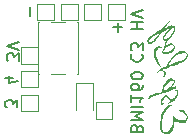
<source format=gbr>
%TF.GenerationSoftware,KiCad,Pcbnew,6.0.8*%
%TF.CreationDate,2022-11-02T10:42:09+03:00*%
%TF.ProjectId,esplog_hv,6573706c-6f67-45f6-9876-2e6b69636164,rev?*%
%TF.SameCoordinates,Original*%
%TF.FileFunction,Legend,Bot*%
%TF.FilePolarity,Positive*%
%FSLAX46Y46*%
G04 Gerber Fmt 4.6, Leading zero omitted, Abs format (unit mm)*
G04 Created by KiCad (PCBNEW 6.0.8) date 2022-11-02 10:42:09*
%MOMM*%
%LPD*%
G01*
G04 APERTURE LIST*
%ADD10C,0.150000*%
%ADD11C,0.120000*%
G04 APERTURE END LIST*
D10*
X94635628Y-64574466D02*
X94588009Y-64431609D01*
X94540390Y-64383990D01*
X94445152Y-64336371D01*
X94302295Y-64336371D01*
X94207057Y-64383990D01*
X94159438Y-64431609D01*
X94111819Y-64526847D01*
X94111819Y-64907800D01*
X95111819Y-64907800D01*
X95111819Y-64574466D01*
X95064200Y-64479228D01*
X95016580Y-64431609D01*
X94921342Y-64383990D01*
X94826104Y-64383990D01*
X94730866Y-64431609D01*
X94683247Y-64479228D01*
X94635628Y-64574466D01*
X94635628Y-64907800D01*
X94111819Y-63907800D02*
X95111819Y-63907800D01*
X94397533Y-63574466D01*
X95111819Y-63241133D01*
X94111819Y-63241133D01*
X94111819Y-62764942D02*
X95111819Y-62764942D01*
X94111819Y-61764942D02*
X94111819Y-62336371D01*
X94111819Y-62050657D02*
X95111819Y-62050657D01*
X94968961Y-62145895D01*
X94873723Y-62241133D01*
X94826104Y-62336371D01*
X95111819Y-60907800D02*
X95111819Y-61098276D01*
X95064200Y-61193514D01*
X95016580Y-61241133D01*
X94873723Y-61336371D01*
X94683247Y-61383990D01*
X94302295Y-61383990D01*
X94207057Y-61336371D01*
X94159438Y-61288752D01*
X94111819Y-61193514D01*
X94111819Y-61003038D01*
X94159438Y-60907800D01*
X94207057Y-60860180D01*
X94302295Y-60812561D01*
X94540390Y-60812561D01*
X94635628Y-60860180D01*
X94683247Y-60907800D01*
X94730866Y-61003038D01*
X94730866Y-61193514D01*
X94683247Y-61288752D01*
X94635628Y-61336371D01*
X94540390Y-61383990D01*
X95111819Y-60193514D02*
X95111819Y-60098276D01*
X95064200Y-60003038D01*
X95016580Y-59955419D01*
X94921342Y-59907800D01*
X94730866Y-59860180D01*
X94492771Y-59860180D01*
X94302295Y-59907800D01*
X94207057Y-59955419D01*
X94159438Y-60003038D01*
X94111819Y-60098276D01*
X94111819Y-60193514D01*
X94159438Y-60288752D01*
X94207057Y-60336371D01*
X94302295Y-60383990D01*
X94492771Y-60431609D01*
X94730866Y-60431609D01*
X94921342Y-60383990D01*
X95016580Y-60336371D01*
X95064200Y-60288752D01*
X95111819Y-60193514D01*
X93344952Y-56053028D02*
X92583047Y-56053028D01*
X92964000Y-56433980D02*
X92964000Y-55672076D01*
X84570819Y-58877104D02*
X84570819Y-58258057D01*
X84189866Y-58591390D01*
X84189866Y-58448533D01*
X84142247Y-58353295D01*
X84094628Y-58305676D01*
X83999390Y-58258057D01*
X83761295Y-58258057D01*
X83666057Y-58305676D01*
X83618438Y-58353295D01*
X83570819Y-58448533D01*
X83570819Y-58734247D01*
X83618438Y-58829485D01*
X83666057Y-58877104D01*
X84570819Y-57972342D02*
X83570819Y-57639009D01*
X84570819Y-57305676D01*
X84469219Y-62817333D02*
X84469219Y-62198285D01*
X84088266Y-62531619D01*
X84088266Y-62388761D01*
X84040647Y-62293523D01*
X83993028Y-62245904D01*
X83897790Y-62198285D01*
X83659695Y-62198285D01*
X83564457Y-62245904D01*
X83516838Y-62293523D01*
X83469219Y-62388761D01*
X83469219Y-62674476D01*
X83516838Y-62769714D01*
X83564457Y-62817333D01*
X84135885Y-60312323D02*
X83469219Y-60312323D01*
X84516838Y-60550419D02*
X83802552Y-60788514D01*
X83802552Y-60169466D01*
X85517028Y-54330647D02*
X85517028Y-55092552D01*
X94181657Y-58319800D02*
X94134038Y-58367419D01*
X94086419Y-58510276D01*
X94086419Y-58605514D01*
X94134038Y-58748371D01*
X94229276Y-58843609D01*
X94324514Y-58891228D01*
X94514990Y-58938847D01*
X94657847Y-58938847D01*
X94848323Y-58891228D01*
X94943561Y-58843609D01*
X95038800Y-58748371D01*
X95086419Y-58605514D01*
X95086419Y-58510276D01*
X95038800Y-58367419D01*
X94991180Y-58319800D01*
X95086419Y-57986466D02*
X95086419Y-57367419D01*
X94705466Y-57700752D01*
X94705466Y-57557895D01*
X94657847Y-57462657D01*
X94610228Y-57415038D01*
X94514990Y-57367419D01*
X94276895Y-57367419D01*
X94181657Y-57415038D01*
X94134038Y-57462657D01*
X94086419Y-57557895D01*
X94086419Y-57843609D01*
X94134038Y-57938847D01*
X94181657Y-57986466D01*
X94086419Y-56176942D02*
X95086419Y-56176942D01*
X94610228Y-56176942D02*
X94610228Y-55605514D01*
X94086419Y-55605514D02*
X95086419Y-55605514D01*
X95086419Y-55272180D02*
X94086419Y-54938847D01*
X95086419Y-54605514D01*
D11*
%TO.C,TP7*%
X86142600Y-54037000D02*
X86142600Y-55437000D01*
X86142600Y-55437000D02*
X87542600Y-55437000D01*
X87542600Y-54037000D02*
X86142600Y-54037000D01*
X87542600Y-55437000D02*
X87542600Y-54037000D01*
%TO.C,G\u002A\u002A\u002A*%
G36*
X97483439Y-62626525D02*
G01*
X97540834Y-62657220D01*
X97544605Y-62679303D01*
X97499985Y-62699624D01*
X97488822Y-62700656D01*
X97400974Y-62743424D01*
X97286354Y-62836391D01*
X97162320Y-62962230D01*
X97046230Y-63103613D01*
X96955442Y-63243213D01*
X96880106Y-63408198D01*
X96793838Y-63669535D01*
X96726787Y-63955040D01*
X96686325Y-64231973D01*
X96679822Y-64467591D01*
X96705097Y-64657520D01*
X96763800Y-64800743D01*
X96861044Y-64880145D01*
X97003423Y-64904632D01*
X97129170Y-64877989D01*
X97279096Y-64780294D01*
X97415787Y-64625088D01*
X97530813Y-64427418D01*
X97615743Y-64202330D01*
X97662145Y-63964871D01*
X97661587Y-63730086D01*
X97650487Y-63625228D01*
X97649703Y-63542347D01*
X97669491Y-63510862D01*
X97714377Y-63512087D01*
X97772348Y-63547999D01*
X97816134Y-63654232D01*
X97852029Y-63743868D01*
X97964386Y-63843542D01*
X98139967Y-63906985D01*
X98368878Y-63929274D01*
X98495215Y-63922315D01*
X98669211Y-63876141D01*
X98773247Y-63789505D01*
X98804280Y-63665692D01*
X98759264Y-63507988D01*
X98757226Y-63503848D01*
X98691489Y-63414100D01*
X98579681Y-63330377D01*
X98403786Y-63239047D01*
X98334838Y-63205905D01*
X98196208Y-63127179D01*
X98138035Y-63068369D01*
X98159285Y-63027800D01*
X98258930Y-63003797D01*
X98374909Y-63005959D01*
X98545562Y-63070232D01*
X98675190Y-63198759D01*
X98679518Y-63205504D01*
X98756954Y-63326106D01*
X98838833Y-63453537D01*
X98883370Y-63546813D01*
X98908215Y-63730055D01*
X98867662Y-63911587D01*
X98765340Y-64061391D01*
X98650596Y-64131384D01*
X98469571Y-64162351D01*
X98258855Y-64134062D01*
X98035130Y-64046851D01*
X97823796Y-63937207D01*
X97774814Y-64219501D01*
X97724239Y-64449222D01*
X97622087Y-64722390D01*
X97487110Y-64917743D01*
X97319453Y-65035091D01*
X97119259Y-65074248D01*
X96942434Y-65047292D01*
X96776132Y-64948874D01*
X96655206Y-64780440D01*
X96581896Y-64544198D01*
X96567466Y-64416799D01*
X96571580Y-64151772D01*
X96608424Y-63855654D01*
X96672808Y-63555897D01*
X96759542Y-63279953D01*
X96863434Y-63055273D01*
X96972814Y-62897847D01*
X97115706Y-62750639D01*
X97261245Y-62651280D01*
X97391393Y-62614816D01*
X97483439Y-62626525D01*
G37*
G36*
X96852984Y-61589102D02*
G01*
X96578472Y-61694974D01*
X96313628Y-61799935D01*
X96076627Y-61897055D01*
X95885642Y-61979400D01*
X95880197Y-61981836D01*
X95744719Y-62037458D01*
X95642002Y-62070645D01*
X95593904Y-62074286D01*
X95590650Y-62071037D01*
X95572656Y-62046208D01*
X95577792Y-62006949D01*
X95609323Y-61920748D01*
X95652937Y-61853107D01*
X95742194Y-61796414D01*
X95895551Y-61742799D01*
X96039925Y-61699816D01*
X96244390Y-61637608D01*
X96438311Y-61577419D01*
X96735119Y-61484055D01*
X96756018Y-61337960D01*
X96851056Y-61337960D01*
X96860153Y-61388185D01*
X96925410Y-61380232D01*
X97054711Y-61320722D01*
X97159986Y-61262396D01*
X97375059Y-61110267D01*
X97549976Y-60940976D01*
X97663687Y-60773438D01*
X97703741Y-60682903D01*
X97726397Y-60592028D01*
X97698554Y-60548315D01*
X97617320Y-60537020D01*
X97473592Y-60572212D01*
X97311630Y-60670867D01*
X97151234Y-60817525D01*
X97009269Y-60996708D01*
X96902603Y-61192937D01*
X96890238Y-61222936D01*
X96851056Y-61337960D01*
X96756018Y-61337960D01*
X96762393Y-61293391D01*
X96764616Y-61278602D01*
X96820422Y-61064260D01*
X96912534Y-60863845D01*
X97031406Y-60684961D01*
X97167489Y-60535209D01*
X97311237Y-60422191D01*
X97453103Y-60353510D01*
X97583541Y-60336767D01*
X97693002Y-60379566D01*
X97771940Y-60489507D01*
X97790177Y-60543437D01*
X97794373Y-60697007D01*
X97724649Y-60856833D01*
X97577541Y-61032595D01*
X97394048Y-61216087D01*
X97609547Y-61106886D01*
X97719338Y-61056902D01*
X97851056Y-61023618D01*
X97923398Y-61050319D01*
X97936045Y-61136974D01*
X97933407Y-61150335D01*
X97899238Y-61205460D01*
X97816702Y-61251606D01*
X97668046Y-61299545D01*
X97552778Y-61335355D01*
X97358312Y-61402361D01*
X97118989Y-61489254D01*
X96860153Y-61586411D01*
X96852984Y-61589102D01*
G37*
G36*
X97211015Y-59469001D02*
G01*
X97151419Y-59506918D01*
X97116334Y-59537796D01*
X97059568Y-59544468D01*
X97002261Y-59538205D01*
X96906969Y-59560893D01*
X96877518Y-59572251D01*
X96824864Y-59602688D01*
X96824215Y-59649289D01*
X96869475Y-59741414D01*
X96904061Y-59801984D01*
X96939618Y-59838159D01*
X96958755Y-59805551D01*
X96969525Y-59763214D01*
X96992203Y-59724833D01*
X97010061Y-59756105D01*
X97019675Y-59846551D01*
X97017619Y-59985690D01*
X97010215Y-60091158D01*
X96994386Y-60186794D01*
X96965787Y-60230052D01*
X96916790Y-60240192D01*
X96862463Y-60230318D01*
X96844733Y-60184742D01*
X96855927Y-60080111D01*
X96858005Y-59929540D01*
X96797711Y-59782209D01*
X96774353Y-59744184D01*
X96723376Y-59678925D01*
X96671170Y-59671640D01*
X96584533Y-59711285D01*
X96576959Y-59715285D01*
X96483323Y-59779041D01*
X96431612Y-59839571D01*
X96416853Y-59867313D01*
X96370187Y-59900960D01*
X96346685Y-59896718D01*
X96334489Y-59854119D01*
X96382354Y-59773919D01*
X96485305Y-59666259D01*
X96638290Y-59526130D01*
X96436829Y-59243807D01*
X96432291Y-59237423D01*
X96318339Y-59063509D01*
X96211458Y-58878344D01*
X96134234Y-58720955D01*
X96074771Y-58536291D01*
X96040355Y-58307309D01*
X96043530Y-58086755D01*
X96083679Y-57897457D01*
X96160183Y-57762241D01*
X96173126Y-57749422D01*
X96308327Y-57674017D01*
X96477683Y-57648689D01*
X96646882Y-57679286D01*
X96694721Y-57703600D01*
X96714294Y-57740676D01*
X96668423Y-57762665D01*
X96569166Y-57757439D01*
X96492220Y-57747267D01*
X96415728Y-57766021D01*
X96352896Y-57839369D01*
X96287294Y-57967516D01*
X96235050Y-58213948D01*
X96254019Y-58496214D01*
X96279208Y-58599550D01*
X96351349Y-58806718D01*
X96448244Y-59028310D01*
X96555215Y-59231988D01*
X96657588Y-59385414D01*
X96738021Y-59484727D01*
X96927661Y-59392593D01*
X96971414Y-59370294D01*
X97075475Y-59299202D01*
X97154963Y-59201897D01*
X97159709Y-59192893D01*
X97277563Y-59192893D01*
X97284594Y-59222496D01*
X97294033Y-59221931D01*
X97386443Y-59200735D01*
X97534768Y-59154046D01*
X97720550Y-59088915D01*
X97925331Y-59012390D01*
X98130655Y-58931521D01*
X98318062Y-58853358D01*
X98469096Y-58784951D01*
X98565298Y-58733350D01*
X98682414Y-58643564D01*
X98789349Y-58516951D01*
X98832429Y-58398014D01*
X98811413Y-58298508D01*
X98726061Y-58230185D01*
X98576131Y-58204799D01*
X98476357Y-58210727D01*
X98207734Y-58279956D01*
X97941761Y-58420654D01*
X97694981Y-58624933D01*
X97588296Y-58741162D01*
X97481106Y-58873047D01*
X97386480Y-59002646D01*
X97315079Y-59114436D01*
X97277563Y-59192893D01*
X97159709Y-59192893D01*
X97234536Y-59050926D01*
X97302266Y-58926584D01*
X97453378Y-58710623D01*
X97636793Y-58497379D01*
X97830290Y-58311790D01*
X98011646Y-58178796D01*
X98042818Y-58161724D01*
X98228917Y-58088965D01*
X98426898Y-58047845D01*
X98534830Y-58038634D01*
X98633730Y-58043964D01*
X98707297Y-58078954D01*
X98789332Y-58153451D01*
X98819222Y-58184759D01*
X98899027Y-58306371D01*
X98911379Y-58435290D01*
X98860581Y-58598398D01*
X98860034Y-58599675D01*
X98781293Y-58737314D01*
X98665253Y-58859936D01*
X98502585Y-58972976D01*
X98283965Y-59081870D01*
X98000065Y-59192056D01*
X97641561Y-59308968D01*
X97498037Y-59355429D01*
X97332979Y-59415910D01*
X97284594Y-59436972D01*
X97211015Y-59469001D01*
G37*
G36*
X98061611Y-61347337D02*
G01*
X98102397Y-61461593D01*
X98103398Y-61642725D01*
X98078037Y-61774231D01*
X97991280Y-61979739D01*
X97862595Y-62155268D01*
X97709007Y-62273586D01*
X97687290Y-62284719D01*
X97558698Y-62355121D01*
X97425132Y-62433417D01*
X97352437Y-62477006D01*
X97269589Y-62519924D01*
X97231793Y-62522741D01*
X97222804Y-62490001D01*
X97223118Y-62486944D01*
X97261615Y-62437882D01*
X97344849Y-62377901D01*
X97466895Y-62305807D01*
X97336687Y-62121079D01*
X97256060Y-62021740D01*
X97145368Y-61946255D01*
X97032811Y-61950331D01*
X96907802Y-62031761D01*
X96851551Y-62092576D01*
X96779254Y-62201459D01*
X96724268Y-62316114D01*
X96697765Y-62411987D01*
X96710916Y-62464523D01*
X96750121Y-62464247D01*
X96818567Y-62419340D01*
X96880869Y-62369132D01*
X96907033Y-62373893D01*
X96889484Y-62426435D01*
X96826998Y-62513136D01*
X96759489Y-62583914D01*
X96707237Y-62605105D01*
X96653322Y-62574878D01*
X96628097Y-62546562D01*
X96603949Y-62440558D01*
X96637012Y-62281727D01*
X96727916Y-62065768D01*
X96790334Y-61956967D01*
X96901643Y-61825177D01*
X97017398Y-61748834D01*
X97122302Y-61740553D01*
X97158439Y-61762389D01*
X97237132Y-61843697D01*
X97317904Y-61958259D01*
X97364444Y-62029568D01*
X97441899Y-62127195D01*
X97500649Y-62176293D01*
X97518271Y-62180400D01*
X97605176Y-62153428D01*
X97705980Y-62069416D01*
X97807532Y-61946194D01*
X97896678Y-61801588D01*
X97960267Y-61653428D01*
X97985145Y-61519544D01*
X97979518Y-61460761D01*
X97942257Y-61435925D01*
X97848263Y-61447373D01*
X97710450Y-61473981D01*
X97810557Y-61387136D01*
X97879806Y-61336138D01*
X97985820Y-61304128D01*
X98061611Y-61347337D01*
G37*
G36*
X95561894Y-57358414D02*
G01*
X95547003Y-57339013D01*
X95509780Y-57253381D01*
X95611859Y-57253381D01*
X95639602Y-57303869D01*
X95724949Y-57305958D01*
X95865680Y-57250811D01*
X95879052Y-57242764D01*
X95953615Y-57180855D01*
X96053754Y-57082158D01*
X96165219Y-56962806D01*
X96273758Y-56838932D01*
X96365120Y-56726666D01*
X96425053Y-56642142D01*
X96439306Y-56601490D01*
X96394765Y-56605931D01*
X96299188Y-56648644D01*
X96172572Y-56719152D01*
X96034112Y-56806025D01*
X95903004Y-56897830D01*
X95798445Y-56983137D01*
X95738068Y-57042564D01*
X95643941Y-57163333D01*
X95611859Y-57253381D01*
X95509780Y-57253381D01*
X95486801Y-57200519D01*
X95504047Y-57055644D01*
X95599984Y-56902891D01*
X95775856Y-56740762D01*
X96032907Y-56567758D01*
X96372380Y-56382383D01*
X96519446Y-56299156D01*
X96649898Y-56208727D01*
X96731453Y-56132826D01*
X96742867Y-56118104D01*
X96852304Y-55987389D01*
X96980633Y-55847656D01*
X97112966Y-55713525D01*
X97234415Y-55599615D01*
X97330091Y-55520548D01*
X97385106Y-55490943D01*
X97389865Y-55507121D01*
X97349691Y-55571855D01*
X97265072Y-55674954D01*
X97145162Y-55804454D01*
X97053172Y-55900557D01*
X96943721Y-56018819D01*
X96868888Y-56104674D01*
X96841168Y-56144159D01*
X96849668Y-56145715D01*
X96914883Y-56123372D01*
X97030412Y-56072507D01*
X97179459Y-56000264D01*
X97251159Y-55964447D01*
X97391956Y-55895635D01*
X97493805Y-55847986D01*
X97538401Y-55830175D01*
X97562738Y-55851031D01*
X97607280Y-55920289D01*
X97607689Y-55921055D01*
X97623276Y-55967068D01*
X97613004Y-56017791D01*
X97568086Y-56086776D01*
X97479735Y-56187571D01*
X97339163Y-56333728D01*
X97170990Y-56509038D01*
X97033724Y-56662882D01*
X96945186Y-56779505D01*
X96897695Y-56869164D01*
X96883572Y-56942114D01*
X96886852Y-56970080D01*
X96935256Y-57012504D01*
X97040628Y-56993637D01*
X97201842Y-56913578D01*
X97309172Y-56840387D01*
X97483799Y-56671385D01*
X97619779Y-56474334D01*
X97704127Y-56269989D01*
X97723861Y-56079105D01*
X97721156Y-56045211D01*
X97720738Y-55952291D01*
X97732652Y-55914983D01*
X97790547Y-55945156D01*
X97839622Y-56036693D01*
X97858864Y-56164500D01*
X97858621Y-56180429D01*
X97824701Y-56358802D01*
X97730443Y-56557068D01*
X97571461Y-56782700D01*
X97343369Y-57043175D01*
X97246282Y-57148485D01*
X97104170Y-57317125D01*
X97026966Y-57435058D01*
X97013798Y-57503792D01*
X97063789Y-57524833D01*
X97127231Y-57507946D01*
X97222804Y-57462729D01*
X97223582Y-57462287D01*
X97329501Y-57422459D01*
X97452590Y-57402672D01*
X97560364Y-57405358D01*
X97620342Y-57432951D01*
X97622634Y-57497702D01*
X97570455Y-57547046D01*
X97493123Y-57553003D01*
X97412454Y-57552184D01*
X97307612Y-57589206D01*
X97221898Y-57636663D01*
X97137996Y-57679302D01*
X97130468Y-57683060D01*
X97052293Y-57736475D01*
X96957779Y-57816111D01*
X96934547Y-57839556D01*
X96866496Y-57943773D01*
X96838736Y-58048673D01*
X96854088Y-58130898D01*
X96915375Y-58167089D01*
X97035354Y-58168443D01*
X97218682Y-58134241D01*
X97389551Y-58044559D01*
X97572637Y-57888957D01*
X97639164Y-57817297D01*
X97714028Y-57700663D01*
X97728498Y-57609753D01*
X97678647Y-57556876D01*
X97658608Y-57545758D01*
X97653814Y-57507503D01*
X97691664Y-57498985D01*
X97770425Y-57524392D01*
X97832986Y-57583824D01*
X97856386Y-57693174D01*
X97824052Y-57827029D01*
X97742596Y-57970492D01*
X97618630Y-58108661D01*
X97458768Y-58226636D01*
X97433439Y-58241016D01*
X97232613Y-58322110D01*
X97054491Y-58341031D01*
X96909159Y-58305430D01*
X96806706Y-58222955D01*
X96757221Y-58101253D01*
X96770790Y-57947974D01*
X96857501Y-57770766D01*
X96921346Y-57650931D01*
X96937381Y-57510503D01*
X96938058Y-57419563D01*
X96985631Y-57293192D01*
X96988529Y-57288711D01*
X97022331Y-57216798D01*
X97011762Y-57187103D01*
X96969205Y-57176000D01*
X96888595Y-57107036D01*
X96824742Y-57000473D01*
X96798764Y-56886152D01*
X96811296Y-56808961D01*
X96856283Y-56721343D01*
X96944068Y-56608622D01*
X97084991Y-56455228D01*
X97166857Y-56367584D01*
X97257812Y-56263482D01*
X97307830Y-56196681D01*
X97307612Y-56178730D01*
X97301954Y-56180859D01*
X97224874Y-56213058D01*
X97098508Y-56268325D01*
X96947178Y-56336047D01*
X96796887Y-56408820D01*
X96677731Y-56486379D01*
X96582306Y-56583542D01*
X96480734Y-56725241D01*
X96470678Y-56740215D01*
X96330347Y-56927149D01*
X96172995Y-57104398D01*
X96014473Y-57256633D01*
X95870634Y-57368527D01*
X95757330Y-57424751D01*
X95739612Y-57428868D01*
X95724949Y-57428520D01*
X95641940Y-57426547D01*
X95561894Y-57358414D01*
G37*
%TO.C,SW1*%
X86201200Y-55577200D02*
X86321200Y-55577200D01*
X87331200Y-55577200D02*
X88471200Y-55577200D01*
X86321200Y-59977200D02*
X86201200Y-59977200D01*
X86201200Y-59977200D02*
X86201200Y-55577200D01*
X89481200Y-55577200D02*
X89601200Y-55577200D01*
X88471200Y-59977200D02*
X87331200Y-59977200D01*
X89601200Y-55577200D02*
X89601200Y-59977200D01*
X89601200Y-59977200D02*
X89481200Y-59977200D01*
%TO.C,TP4*%
X90155800Y-54037000D02*
X90155800Y-55437000D01*
X91555800Y-55437000D02*
X91555800Y-54037000D01*
X90155800Y-55437000D02*
X91555800Y-55437000D01*
X91555800Y-54037000D02*
X90155800Y-54037000D01*
%TO.C,TP5*%
X92162400Y-55437000D02*
X93562400Y-55437000D01*
X92162400Y-54037000D02*
X92162400Y-55437000D01*
X93562400Y-55437000D02*
X93562400Y-54037000D01*
X93562400Y-54037000D02*
X92162400Y-54037000D01*
%TO.C,TP2*%
X89574600Y-54037000D02*
X88174600Y-54037000D01*
X88174600Y-55437000D02*
X89574600Y-55437000D01*
X88174600Y-54037000D02*
X88174600Y-55437000D01*
X89574600Y-55437000D02*
X89574600Y-54037000D01*
%TO.C,TP1*%
X84796400Y-61758600D02*
X84796400Y-63158600D01*
X86196400Y-63158600D02*
X86196400Y-61758600D01*
X84796400Y-63158600D02*
X86196400Y-63158600D01*
X86196400Y-61758600D02*
X84796400Y-61758600D01*
%TO.C,TP3*%
X84796400Y-59726600D02*
X84796400Y-61126600D01*
X86196400Y-61126600D02*
X86196400Y-59726600D01*
X86196400Y-59726600D02*
X84796400Y-59726600D01*
X84796400Y-61126600D02*
X86196400Y-61126600D01*
%TO.C,D2*%
X89435000Y-60745000D02*
X90905000Y-60745000D01*
X90905000Y-60745000D02*
X90905000Y-63030000D01*
X89435000Y-63030000D02*
X89435000Y-60745000D01*
%TO.C,TP6*%
X86196400Y-59120000D02*
X86196400Y-57720000D01*
X86196400Y-57720000D02*
X84796400Y-57720000D01*
X84796400Y-57720000D02*
X84796400Y-59120000D01*
X84796400Y-59120000D02*
X86196400Y-59120000D01*
%TO.C,TP8*%
X92495600Y-62368200D02*
X91095600Y-62368200D01*
X92495600Y-63768200D02*
X92495600Y-62368200D01*
X91095600Y-62368200D02*
X91095600Y-63768200D01*
X91095600Y-63768200D02*
X92495600Y-63768200D01*
%TD*%
M02*

</source>
